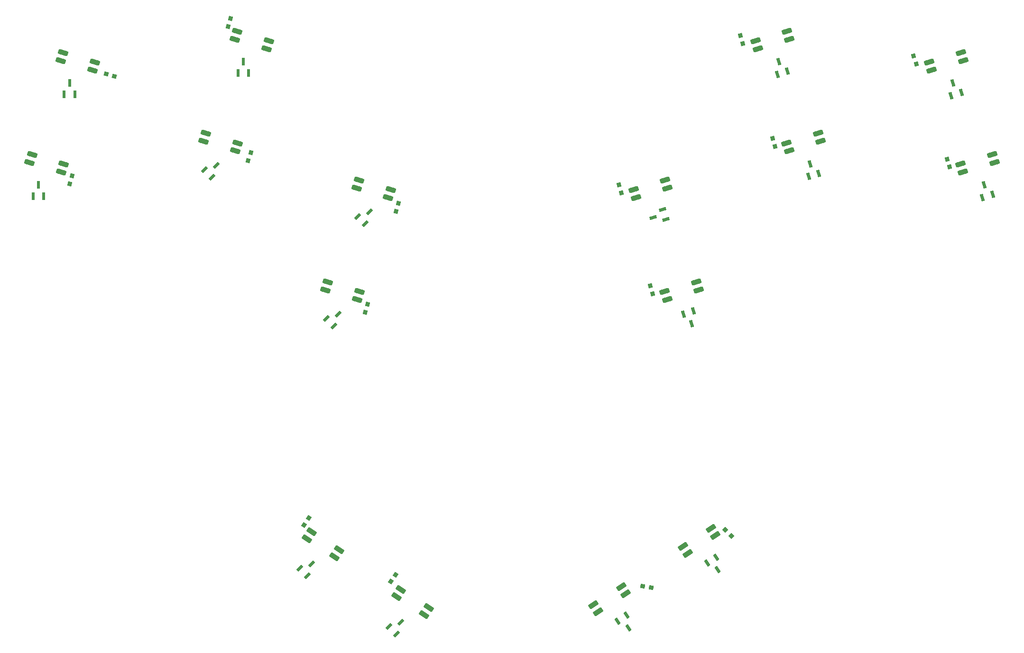
<source format=gbp>
G04 #@! TF.GenerationSoftware,KiCad,Pcbnew,(6.0.10)*
G04 #@! TF.CreationDate,2023-07-09T19:41:39+01:00*
G04 #@! TF.ProjectId,magnetonekeys,6d61676e-6574-46f6-9e65-6b6579732e6b,rev?*
G04 #@! TF.SameCoordinates,Original*
G04 #@! TF.FileFunction,Paste,Bot*
G04 #@! TF.FilePolarity,Positive*
%FSLAX46Y46*%
G04 Gerber Fmt 4.6, Leading zero omitted, Abs format (unit mm)*
G04 Created by KiCad (PCBNEW (6.0.10)) date 2023-07-09 19:41:39*
%MOMM*%
%LPD*%
G01*
G04 APERTURE LIST*
G04 Aperture macros list*
%AMRoundRect*
0 Rectangle with rounded corners*
0 $1 Rounding radius*
0 $2 $3 $4 $5 $6 $7 $8 $9 X,Y pos of 4 corners*
0 Add a 4 corners polygon primitive as box body*
4,1,4,$2,$3,$4,$5,$6,$7,$8,$9,$2,$3,0*
0 Add four circle primitives for the rounded corners*
1,1,$1+$1,$2,$3*
1,1,$1+$1,$4,$5*
1,1,$1+$1,$6,$7*
1,1,$1+$1,$8,$9*
0 Add four rect primitives between the rounded corners*
20,1,$1+$1,$2,$3,$4,$5,0*
20,1,$1+$1,$4,$5,$6,$7,0*
20,1,$1+$1,$6,$7,$8,$9,0*
20,1,$1+$1,$8,$9,$2,$3,0*%
%AMRotRect*
0 Rectangle, with rotation*
0 The origin of the aperture is its center*
0 $1 length*
0 $2 width*
0 $3 Rotation angle, in degrees counterclockwise*
0 Add horizontal line*
21,1,$1,$2,0,0,$3*%
G04 Aperture macros list end*
%ADD10RoundRect,0.039200X-0.254558X-0.595101X0.595101X0.254558X0.254558X0.595101X-0.595101X-0.254558X0*%
%ADD11RoundRect,0.225000X0.443559X0.556332X-0.688646X-0.178930X-0.443559X-0.556332X0.688646X0.178930X0*%
%ADD12RoundRect,0.225000X-0.579722X-0.412519X0.711289X-0.017818X0.579722X0.412519X-0.711289X0.017818X0*%
%ADD13RoundRect,0.225000X-0.688646X0.178930X0.443559X-0.556332X0.688646X-0.178930X-0.443559X0.556332X0*%
%ADD14RoundRect,0.225000X-0.711289X-0.017818X0.579722X-0.412519X0.711289X0.017818X-0.579722X0.412519X0*%
%ADD15RoundRect,0.225000X0.711289X0.017818X-0.579722X0.412519X-0.711289X-0.017818X0.579722X-0.412519X0*%
%ADD16RotRect,0.800000X0.750000X56.000000*%
%ADD17RotRect,0.800000X0.750000X253.000000*%
%ADD18RoundRect,0.039200X0.405935X-0.504145X0.054621X0.644951X-0.405935X0.504145X-0.054621X-0.644951X0*%
%ADD19RoundRect,0.039200X-0.405935X0.504145X-0.054621X-0.644951X0.405935X-0.504145X0.054621X0.644951X0*%
%ADD20RotRect,0.800000X0.750000X73.000000*%
%ADD21RotRect,0.800000X0.750000X343.000000*%
%ADD22RotRect,0.800000X0.750000X107.000000*%
%ADD23RotRect,0.800000X0.750000X316.000000*%
%ADD24RoundRect,0.039200X-0.529171X0.372724X0.125267X-0.635022X0.529171X-0.372724X-0.125267X0.635022X0*%
%ADD25RoundRect,0.039200X0.240800X-0.600800X0.240800X0.600800X-0.240800X0.600800X-0.240800X-0.600800X0*%
%ADD26RoundRect,0.039200X0.504145X0.405935X-0.644951X0.054621X-0.504145X-0.405935X0.644951X-0.054621X0*%
%ADD27RotRect,0.800000X0.750000X348.000000*%
G04 APERTURE END LIST*
D10*
X133512975Y-145862356D03*
X132169472Y-144518853D03*
X134290792Y-143741036D03*
D11*
X174418849Y-138676266D03*
X173601891Y-137418260D03*
X168653734Y-140631631D03*
X169470693Y-141889637D03*
D12*
X181355270Y-84708118D03*
X181793827Y-86142575D03*
X187436026Y-84417582D03*
X186997468Y-82983125D03*
D11*
X190395524Y-128300894D03*
X189578566Y-127042888D03*
X184630409Y-130256259D03*
X185447368Y-131514265D03*
D13*
X118290501Y-127594311D03*
X117473543Y-128852317D03*
X122421699Y-132065688D03*
X123238658Y-130807682D03*
D14*
X105042650Y-38193391D03*
X104604092Y-39627848D03*
X110246291Y-41352841D03*
X110684848Y-39918384D03*
D15*
X79206762Y-45143390D03*
X79645319Y-43708933D03*
X74003121Y-41983940D03*
X73564563Y-43418397D03*
X126360819Y-66199976D03*
X126799377Y-64765519D03*
X132441575Y-66490512D03*
X132003018Y-67924969D03*
D13*
X134267175Y-137969685D03*
X133450217Y-139227691D03*
X138398373Y-142441062D03*
X139215332Y-141183056D03*
D15*
X104676610Y-59570447D03*
X105115167Y-58135990D03*
X99472969Y-56410997D03*
X99034411Y-57845454D03*
D12*
X175785591Y-66490512D03*
X176224148Y-67924969D03*
X181866347Y-66199976D03*
X181427789Y-64765519D03*
D15*
X126433339Y-86142575D03*
X126871896Y-84708118D03*
X121229698Y-82983125D03*
X120791140Y-84417582D03*
D12*
X197542318Y-39918384D03*
X197980875Y-41352841D03*
X203623074Y-39627848D03*
X203184516Y-38193391D03*
X228581847Y-43708933D03*
X229020404Y-45143390D03*
X234662603Y-43418397D03*
X234224045Y-41983940D03*
X234151528Y-61926539D03*
X234590085Y-63360996D03*
X240232284Y-61636003D03*
X239793726Y-60201546D03*
X203111999Y-58135990D03*
X203550556Y-59570447D03*
X209192755Y-57845454D03*
X208754197Y-56410997D03*
D15*
X73637081Y-63360996D03*
X74075638Y-61926539D03*
X68433440Y-60201546D03*
X67994882Y-61636003D03*
D16*
X117804645Y-125164472D03*
X116965855Y-126408028D03*
D17*
X75157775Y-65459984D03*
X75596333Y-64025526D03*
D18*
X234315644Y-49124152D03*
X232498664Y-49679658D03*
X232807792Y-47441481D03*
D19*
X184672725Y-88718419D03*
X186489705Y-88162913D03*
X186180577Y-90401090D03*
D20*
X103842990Y-35932944D03*
X103404432Y-37367402D03*
D18*
X203276115Y-45333603D03*
X201459135Y-45889109D03*
X201768263Y-43650932D03*
X208845796Y-63551209D03*
X207028816Y-64106715D03*
X207337944Y-61868538D03*
D21*
X83099354Y-46233654D03*
X81664896Y-45795096D03*
D22*
X173201548Y-65654052D03*
X173640106Y-67088510D03*
D23*
X193229627Y-128331430D03*
X192150617Y-127289442D03*
D22*
X225808371Y-42558761D03*
X226246929Y-43993219D03*
D17*
X133402221Y-70372229D03*
X133840779Y-68937771D03*
D10*
X128640733Y-70478488D03*
X126519413Y-71256305D03*
X127862916Y-72599808D03*
D24*
X172948066Y-143572165D03*
X174541540Y-142537351D03*
X174861313Y-144774032D03*
D22*
X200585946Y-57319670D03*
X201024504Y-58754128D03*
X178778644Y-83635358D03*
X179217202Y-85069816D03*
D17*
X127881596Y-88403479D03*
X128320154Y-86969021D03*
X107027280Y-61340712D03*
X107465838Y-59906254D03*
D25*
X76069693Y-49446693D03*
X74169693Y-49446693D03*
X75119693Y-47396693D03*
D26*
X181013676Y-69995101D03*
X181569182Y-71812081D03*
X179331005Y-71502953D03*
D18*
X239885325Y-67341758D03*
X238068345Y-67897264D03*
X238377473Y-65659087D03*
D10*
X122293237Y-90817414D03*
X120949734Y-89473911D03*
X123071054Y-88696094D03*
D27*
X178913024Y-137624055D03*
X177445802Y-137312187D03*
D22*
X231761501Y-61013464D03*
X232200059Y-62447922D03*
X194852095Y-38986883D03*
X195290653Y-40421341D03*
D25*
X70500012Y-67664299D03*
X68600012Y-67664299D03*
X69550012Y-65614299D03*
D10*
X100536508Y-64245286D03*
X99193005Y-62901783D03*
X101314325Y-62123966D03*
D16*
X133282762Y-135264985D03*
X132443972Y-136508541D03*
D24*
X188924741Y-133196793D03*
X190518215Y-132161979D03*
X190837988Y-134398660D03*
D10*
X117536301Y-135486982D03*
X116192798Y-134143479D03*
X118314118Y-133365662D03*
D25*
X107109222Y-45656144D03*
X105209222Y-45656144D03*
X106159222Y-43606144D03*
M02*

</source>
